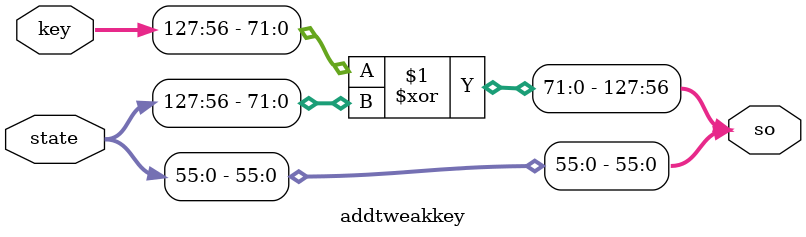
<source format=v>
module addtweakkey (/*AUTOARG*/
   // Outputs
   so,
   // Inputs
   key, state
   ) ;
   output [127:0] so;
   input  [127:0] key, state;

   assign so = {key[127:56] ^ state[127:56], state[55:0]};
endmodule // addtweakkey


</source>
